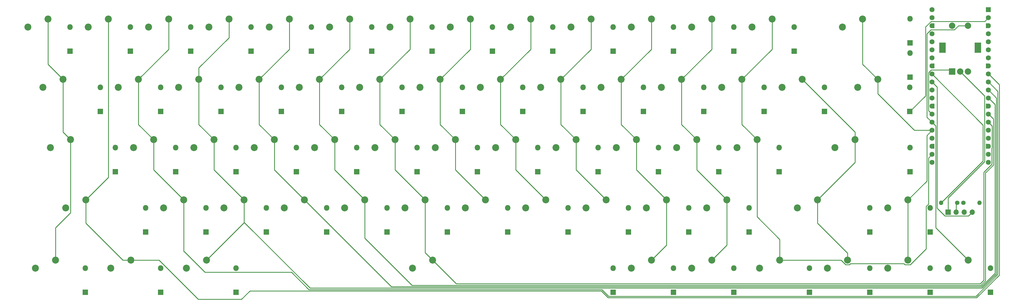
<source format=gbr>
G04 #@! TF.GenerationSoftware,KiCad,Pcbnew,8.0.5*
G04 #@! TF.CreationDate,2025-03-18T10:54:49-07:00*
G04 #@! TF.ProjectId,keyboard,6b657962-6f61-4726-942e-6b696361645f,rev?*
G04 #@! TF.SameCoordinates,Original*
G04 #@! TF.FileFunction,Copper,L1,Top*
G04 #@! TF.FilePolarity,Positive*
%FSLAX46Y46*%
G04 Gerber Fmt 4.6, Leading zero omitted, Abs format (unit mm)*
G04 Created by KiCad (PCBNEW 8.0.5) date 2025-03-18 10:54:49*
%MOMM*%
%LPD*%
G01*
G04 APERTURE LIST*
G04 Aperture macros list*
%AMRoundRect*
0 Rectangle with rounded corners*
0 $1 Rounding radius*
0 $2 $3 $4 $5 $6 $7 $8 $9 X,Y pos of 4 corners*
0 Add a 4 corners polygon primitive as box body*
4,1,4,$2,$3,$4,$5,$6,$7,$8,$9,$2,$3,0*
0 Add four circle primitives for the rounded corners*
1,1,$1+$1,$2,$3*
1,1,$1+$1,$4,$5*
1,1,$1+$1,$6,$7*
1,1,$1+$1,$8,$9*
0 Add four rect primitives between the rounded corners*
20,1,$1+$1,$2,$3,$4,$5,0*
20,1,$1+$1,$4,$5,$6,$7,0*
20,1,$1+$1,$6,$7,$8,$9,0*
20,1,$1+$1,$8,$9,$2,$3,0*%
%AMFreePoly0*
4,1,28,0.605014,0.794986,0.644504,0.794986,0.724698,0.756366,0.780194,0.686777,0.800000,0.600000,0.800000,-0.600000,0.780194,-0.686777,0.724698,-0.756366,0.644504,-0.794986,0.605014,-0.794986,0.600000,-0.800000,0.000000,-0.800000,-0.178017,-0.779942,-0.347107,-0.720775,-0.498792,-0.625465,-0.625465,-0.498792,-0.720775,-0.347107,-0.779942,-0.178017,-0.800000,0.000000,-0.779942,0.178017,
-0.720775,0.347107,-0.625465,0.498792,-0.498792,0.625465,-0.347107,0.720775,-0.178017,0.779942,0.000000,0.800000,0.600000,0.800000,0.605014,0.794986,0.605014,0.794986,$1*%
%AMFreePoly1*
4,1,28,0.178017,0.779942,0.347107,0.720775,0.498792,0.625465,0.625465,0.498792,0.720775,0.347107,0.779942,0.178017,0.800000,0.000000,0.779942,-0.178017,0.720775,-0.347107,0.625465,-0.498792,0.498792,-0.625465,0.347107,-0.720775,0.178017,-0.779942,0.000000,-0.800000,-0.600000,-0.800000,-0.605014,-0.794986,-0.644504,-0.794986,-0.724698,-0.756366,-0.780194,-0.686777,-0.800000,-0.600000,
-0.800000,0.600000,-0.780194,0.686777,-0.724698,0.756366,-0.644504,0.794986,-0.605014,0.794986,-0.600000,0.800000,0.000000,0.800000,0.178017,0.779942,0.178017,0.779942,$1*%
G04 Aperture macros list end*
G04 #@! TA.AperFunction,ComponentPad*
%ADD10C,2.200000*%
G04 #@! TD*
G04 #@! TA.AperFunction,ComponentPad*
%ADD11R,1.700000X1.700000*%
G04 #@! TD*
G04 #@! TA.AperFunction,ComponentPad*
%ADD12O,1.700000X1.700000*%
G04 #@! TD*
G04 #@! TA.AperFunction,ComponentPad*
%ADD13C,1.400000*%
G04 #@! TD*
G04 #@! TA.AperFunction,ComponentPad*
%ADD14O,1.400000X1.400000*%
G04 #@! TD*
G04 #@! TA.AperFunction,ComponentPad*
%ADD15R,2.000000X2.000000*%
G04 #@! TD*
G04 #@! TA.AperFunction,ComponentPad*
%ADD16C,2.000000*%
G04 #@! TD*
G04 #@! TA.AperFunction,ComponentPad*
%ADD17R,2.000000X3.200000*%
G04 #@! TD*
G04 #@! TA.AperFunction,ComponentPad*
%ADD18R,1.800000X1.800000*%
G04 #@! TD*
G04 #@! TA.AperFunction,ComponentPad*
%ADD19O,1.800000X1.800000*%
G04 #@! TD*
G04 #@! TA.AperFunction,ComponentPad*
%ADD20RoundRect,0.200000X0.600000X0.600000X-0.600000X0.600000X-0.600000X-0.600000X0.600000X-0.600000X0*%
G04 #@! TD*
G04 #@! TA.AperFunction,ComponentPad*
%ADD21C,1.600000*%
G04 #@! TD*
G04 #@! TA.AperFunction,ComponentPad*
%ADD22FreePoly0,180.000000*%
G04 #@! TD*
G04 #@! TA.AperFunction,ComponentPad*
%ADD23FreePoly1,180.000000*%
G04 #@! TD*
G04 #@! TA.AperFunction,Conductor*
%ADD24C,0.250000*%
G04 #@! TD*
G04 APERTURE END LIST*
D10*
X323402500Y-137545000D03*
X317052500Y-140085000D03*
X218627500Y-156595000D03*
X212277500Y-159135000D03*
X356740000Y-99445000D03*
X350390000Y-101985000D03*
X199577500Y-156595000D03*
X193227500Y-159135000D03*
X266252500Y-137545000D03*
X259902500Y-140085000D03*
X194815000Y-99445000D03*
X188465000Y-101985000D03*
X318640000Y-118495000D03*
X312290000Y-121035000D03*
X237677500Y-156595000D03*
X231327500Y-159135000D03*
X271015000Y-99445000D03*
X264665000Y-101985000D03*
X304352500Y-137545000D03*
X298002500Y-140085000D03*
X309115000Y-99445000D03*
X302765000Y-101985000D03*
X111471250Y-156595000D03*
X105121250Y-159135000D03*
X204340000Y-118495000D03*
X197990000Y-121035000D03*
X275777500Y-156595000D03*
X269427500Y-159135000D03*
X104327500Y-118495000D03*
X97977500Y-121035000D03*
X354358750Y-137545000D03*
X348008750Y-140085000D03*
X161477500Y-156595000D03*
X155127500Y-159135000D03*
X290065000Y-99445000D03*
X283715000Y-101985000D03*
X313877500Y-156595000D03*
X307527500Y-159135000D03*
X209102500Y-137545000D03*
X202752500Y-140085000D03*
X256727500Y-156595000D03*
X250377500Y-159135000D03*
X290065000Y-175645000D03*
X283715000Y-178185000D03*
X185290000Y-118495000D03*
X178940000Y-121035000D03*
X149571250Y-175645000D03*
X143221250Y-178185000D03*
X223390000Y-118495000D03*
X217040000Y-121035000D03*
X351977500Y-175645000D03*
X345627500Y-178185000D03*
X280540000Y-118495000D03*
X274190000Y-121035000D03*
X371027500Y-175645000D03*
X364677500Y-178185000D03*
X294827500Y-156595000D03*
X288477500Y-159135000D03*
D11*
X383712500Y-160500000D03*
D12*
X386252500Y-160500000D03*
X388792500Y-160500000D03*
X391332500Y-160500000D03*
D10*
X128140000Y-118495000D03*
X121790000Y-121035000D03*
X261490000Y-118495000D03*
X255140000Y-121035000D03*
X166240000Y-118495000D03*
X159890000Y-121035000D03*
X137665000Y-99445000D03*
X131315000Y-101985000D03*
X151952500Y-137545000D03*
X145602500Y-140085000D03*
X361502500Y-118495000D03*
X355152500Y-121035000D03*
X242440000Y-118495000D03*
X236090000Y-121035000D03*
X132902500Y-137545000D03*
X126552500Y-140085000D03*
X309115000Y-175645000D03*
X302765000Y-178185000D03*
X337690000Y-118495000D03*
X331340000Y-121035000D03*
X371027500Y-156595000D03*
X364677500Y-159135000D03*
D13*
X388500000Y-157500000D03*
D14*
X393580000Y-157500000D03*
D10*
X251965000Y-99445000D03*
X245615000Y-101985000D03*
X171002500Y-137545000D03*
X164652500Y-140085000D03*
X118615000Y-99445000D03*
X112265000Y-101985000D03*
X330546250Y-175645000D03*
X324196250Y-178185000D03*
X125758750Y-175645000D03*
X119408750Y-178185000D03*
X156715000Y-99445000D03*
X150365000Y-101985000D03*
X285302500Y-137545000D03*
X278952500Y-140085000D03*
D15*
X385000000Y-116000000D03*
D16*
X390000000Y-116000000D03*
X387500000Y-116000000D03*
D17*
X381900000Y-108500000D03*
X393100000Y-108500000D03*
D16*
X390000000Y-101500000D03*
X385000000Y-101500000D03*
D10*
X232915000Y-99445000D03*
X226565000Y-101985000D03*
X106708750Y-137545000D03*
X100358750Y-140085000D03*
X328165000Y-99445000D03*
X321815000Y-101985000D03*
X101946250Y-175645000D03*
X95596250Y-178185000D03*
X213865000Y-99445000D03*
X207515000Y-101985000D03*
X299590000Y-118495000D03*
X293240000Y-121035000D03*
X190052500Y-137545000D03*
X183702500Y-140085000D03*
X228152500Y-137545000D03*
X221802500Y-140085000D03*
X390077500Y-175645000D03*
X383727500Y-178185000D03*
X142427500Y-156595000D03*
X136077500Y-159135000D03*
X99565000Y-99445000D03*
X93215000Y-101985000D03*
X221009000Y-175645000D03*
X214659000Y-178185000D03*
X175765000Y-99445000D03*
X169415000Y-101985000D03*
X180527500Y-156595000D03*
X174177500Y-159135000D03*
D13*
X386600000Y-157500000D03*
D14*
X381520000Y-157500000D03*
D10*
X342452500Y-156595000D03*
X336102500Y-159135000D03*
X247202500Y-137545000D03*
X240852500Y-140085000D03*
X147190000Y-118495000D03*
X140840000Y-121035000D03*
D18*
X330387500Y-147705000D03*
D19*
X330387500Y-140085000D03*
D18*
X292287500Y-147705000D03*
D19*
X292287500Y-140085000D03*
D18*
X149412500Y-166755000D03*
D19*
X149412500Y-159135000D03*
D18*
X135125000Y-185805000D03*
D19*
X135125000Y-178185000D03*
D18*
X358962500Y-185805000D03*
D19*
X358962500Y-178185000D03*
D18*
X371650000Y-117810000D03*
D19*
X371650000Y-110190000D03*
D18*
X306575000Y-128655000D03*
D19*
X306575000Y-121035000D03*
D18*
X268475000Y-128655000D03*
D19*
X268475000Y-121035000D03*
D18*
X106550000Y-109605000D03*
D19*
X106550000Y-101985000D03*
D18*
X173225000Y-128655000D03*
D19*
X173225000Y-121035000D03*
D18*
X125600000Y-109605000D03*
D19*
X125600000Y-101985000D03*
D18*
X339912500Y-185805000D03*
D19*
X339912500Y-178185000D03*
D18*
X254187500Y-147705000D03*
D19*
X254187500Y-140085000D03*
D18*
X397062500Y-185805000D03*
D19*
X397062500Y-178185000D03*
D18*
X278000000Y-109605000D03*
D19*
X278000000Y-101985000D03*
D20*
X396427500Y-96480000D03*
D21*
X396427500Y-99020000D03*
D22*
X396427500Y-101560000D03*
D21*
X396427500Y-104100000D03*
X396427500Y-106640000D03*
X396427500Y-109180000D03*
X396427500Y-111720000D03*
D22*
X396427500Y-114260000D03*
D21*
X396427500Y-116800000D03*
X396427500Y-119340000D03*
X396427500Y-121880000D03*
X396427500Y-124420000D03*
D22*
X396427500Y-126960000D03*
D21*
X396427500Y-129500000D03*
X396427500Y-132040000D03*
X396427500Y-134580000D03*
X396427500Y-137120000D03*
D22*
X396427500Y-139660000D03*
D21*
X396427500Y-142200000D03*
X396427500Y-144740000D03*
X378647500Y-144740000D03*
X378647500Y-142200000D03*
D23*
X378647500Y-139660000D03*
D21*
X378647500Y-137120000D03*
X378647500Y-134580000D03*
X378647500Y-132040000D03*
X378647500Y-129500000D03*
D23*
X378647500Y-126960000D03*
D21*
X378647500Y-124420000D03*
X378647500Y-121880000D03*
X378647500Y-119340000D03*
X378647500Y-116800000D03*
D23*
X378647500Y-114260000D03*
D21*
X378647500Y-111720000D03*
X378647500Y-109180000D03*
X378647500Y-106640000D03*
X378647500Y-104100000D03*
D23*
X378647500Y-101560000D03*
D21*
X378647500Y-99020000D03*
X378647500Y-96480000D03*
D18*
X144650000Y-109605000D03*
D19*
X144650000Y-101985000D03*
D18*
X335150000Y-109605000D03*
D19*
X335150000Y-101985000D03*
D18*
X187512500Y-166755000D03*
D19*
X187512500Y-159135000D03*
D18*
X344675000Y-128655000D03*
D19*
X344675000Y-121035000D03*
D18*
X177987500Y-147705000D03*
D19*
X177987500Y-140085000D03*
D18*
X154175000Y-128655000D03*
D19*
X154175000Y-121035000D03*
D18*
X216087500Y-147705000D03*
D19*
X216087500Y-140085000D03*
D18*
X378012500Y-185805000D03*
D19*
X378012500Y-178185000D03*
D18*
X230375000Y-128655000D03*
D19*
X230375000Y-121035000D03*
D18*
X201800000Y-109605000D03*
D19*
X201800000Y-101985000D03*
D18*
X168462500Y-166755000D03*
D19*
X168462500Y-159135000D03*
D18*
X297050000Y-185805000D03*
D19*
X297050000Y-178185000D03*
D18*
X325625000Y-128655000D03*
D19*
X325625000Y-121035000D03*
D18*
X258950000Y-109605000D03*
D19*
X258950000Y-101985000D03*
D18*
X358962500Y-166755000D03*
D19*
X358962500Y-159135000D03*
D18*
X244662500Y-166755000D03*
D19*
X244662500Y-159135000D03*
D18*
X273237500Y-147705000D03*
D19*
X273237500Y-140085000D03*
D18*
X263712500Y-166755000D03*
D19*
X263712500Y-159135000D03*
D18*
X130362500Y-166755000D03*
D19*
X130362500Y-159135000D03*
D18*
X297050000Y-109605000D03*
D19*
X297050000Y-101985000D03*
D18*
X182750000Y-109605000D03*
D19*
X182750000Y-101985000D03*
D18*
X225612500Y-166755000D03*
D19*
X225612500Y-159135000D03*
D18*
X371650000Y-106965000D03*
D19*
X371650000Y-99345000D03*
D18*
X120837500Y-147705000D03*
D19*
X120837500Y-140085000D03*
D18*
X135125000Y-128655000D03*
D19*
X135125000Y-121035000D03*
D18*
X206562500Y-166755000D03*
D19*
X206562500Y-159135000D03*
D18*
X371650000Y-147705000D03*
D19*
X371650000Y-140085000D03*
D18*
X211325000Y-128655000D03*
D19*
X211325000Y-121035000D03*
D18*
X311337500Y-147705000D03*
D19*
X311337500Y-140085000D03*
D18*
X111312500Y-185805000D03*
D19*
X111312500Y-178185000D03*
D18*
X282762500Y-166755000D03*
D19*
X282762500Y-159135000D03*
D18*
X278000000Y-185805000D03*
D19*
X278000000Y-178185000D03*
D18*
X316100000Y-109605000D03*
D19*
X316100000Y-101985000D03*
D18*
X235137500Y-147705000D03*
D19*
X235137500Y-140085000D03*
D18*
X320862500Y-166755000D03*
D19*
X320862500Y-159135000D03*
D18*
X378012500Y-166755000D03*
D19*
X378012500Y-159135000D03*
D18*
X371649500Y-128655000D03*
D19*
X371649500Y-121035000D03*
D18*
X220850000Y-109605000D03*
D19*
X220850000Y-101985000D03*
D18*
X239900000Y-109605000D03*
D19*
X239900000Y-101985000D03*
D18*
X158937500Y-147705000D03*
D19*
X158937500Y-140085000D03*
D18*
X116075000Y-128655000D03*
D19*
X116075000Y-121035000D03*
D18*
X249425000Y-128655000D03*
D19*
X249425000Y-121035000D03*
D18*
X163700000Y-109605000D03*
D19*
X163700000Y-101985000D03*
D18*
X197037500Y-147705000D03*
D19*
X197037500Y-140085000D03*
D18*
X192275000Y-128655000D03*
D19*
X192275000Y-121035000D03*
D18*
X301812500Y-166755000D03*
D19*
X301812500Y-159135000D03*
D18*
X316100000Y-185805000D03*
D19*
X316100000Y-178185000D03*
D18*
X139887500Y-147705000D03*
D19*
X139887500Y-140085000D03*
D18*
X287525000Y-128655000D03*
D19*
X287525000Y-121035000D03*
D18*
X158937500Y-185805000D03*
D19*
X158937500Y-178185000D03*
D24*
X104327500Y-118495000D02*
X104327500Y-135163750D01*
X106708750Y-137545000D02*
X106708750Y-160628750D01*
X106708750Y-160628750D02*
X101946250Y-165391250D01*
X101946250Y-165391250D02*
X101946250Y-175645000D01*
X104327500Y-135163750D02*
X106708750Y-137545000D01*
X99565000Y-99445000D02*
X99565000Y-113732500D01*
X99565000Y-113732500D02*
X104327500Y-118495000D01*
X163286896Y-185350000D02*
X274214104Y-185350000D01*
X118615000Y-99445000D02*
X118615000Y-149451250D01*
X111471250Y-163913757D02*
X123202493Y-175645000D01*
X147000500Y-188000000D02*
X160636896Y-188000000D01*
X118615000Y-149451250D02*
X111471250Y-156595000D01*
X274214104Y-185350000D02*
X276344104Y-187480000D01*
X399850000Y-180331980D02*
X399850000Y-120185031D01*
X276344104Y-187480000D02*
X392701980Y-187480000D01*
X125758750Y-175645000D02*
X134645500Y-175645000D01*
X134645500Y-175645000D02*
X147000500Y-188000000D01*
X111471250Y-156595000D02*
X111471250Y-163913757D01*
X399850000Y-120185031D02*
X396464969Y-116800000D01*
X392701980Y-187480000D02*
X399850000Y-180331980D01*
X160636896Y-188000000D02*
X163286896Y-185350000D01*
X123202493Y-175645000D02*
X125758750Y-175645000D01*
X149075007Y-179410000D02*
X176410500Y-179410000D01*
X142427500Y-156595000D02*
X142427500Y-172927000D01*
X276530500Y-187030000D02*
X392515584Y-187030000D01*
X181900500Y-184900000D02*
X274400500Y-184900000D01*
X132902500Y-147070000D02*
X142427500Y-156595000D01*
X142592007Y-172927000D02*
X149075007Y-179410000D01*
X128140000Y-118495000D02*
X128140000Y-132782500D01*
X128140000Y-132782500D02*
X132902500Y-137545000D01*
X142427500Y-172927000D02*
X142592007Y-172927000D01*
X137665000Y-99445000D02*
X137665000Y-108970000D01*
X392515584Y-187030000D02*
X399400000Y-180145584D01*
X274400500Y-184900000D02*
X276530500Y-187030000D01*
X176410500Y-179410000D02*
X181900500Y-184900000D01*
X137665000Y-108970000D02*
X128140000Y-118495000D01*
X132902500Y-137545000D02*
X132902500Y-147070000D01*
X399400000Y-180145584D02*
X399400000Y-122275031D01*
X399400000Y-122275031D02*
X396464969Y-119340000D01*
X161477500Y-163738750D02*
X149571250Y-175645000D01*
X394459188Y-184450000D02*
X398950000Y-179959188D01*
X151952500Y-147070000D02*
X161477500Y-156595000D01*
X398950000Y-179959188D02*
X398950000Y-124365031D01*
X161477500Y-156595000D02*
X161477500Y-163738750D01*
X182268698Y-184450000D02*
X394459188Y-184450000D01*
X151952500Y-137545000D02*
X151952500Y-147070000D01*
X156715000Y-105343757D02*
X147190000Y-114868757D01*
X398950000Y-124365031D02*
X396464969Y-121880000D01*
X147190000Y-114868757D02*
X147190000Y-118495000D01*
X147190000Y-118495000D02*
X147190000Y-132782500D01*
X161557448Y-163738750D02*
X182268698Y-184450000D01*
X161477500Y-163738750D02*
X161557448Y-163738750D01*
X156715000Y-99445000D02*
X156715000Y-105343757D01*
X147190000Y-132782500D02*
X151952500Y-137545000D01*
X180527500Y-156595000D02*
X207932500Y-184000000D01*
X171002500Y-137545000D02*
X171002500Y-147070000D01*
X175765000Y-108970000D02*
X166240000Y-118495000D01*
X175765000Y-99445000D02*
X175765000Y-108970000D01*
X166240000Y-118495000D02*
X166240000Y-132782500D01*
X207932500Y-184000000D02*
X394272792Y-184000000D01*
X166240000Y-132782500D02*
X171002500Y-137545000D01*
X171002500Y-147070000D02*
X180527500Y-156595000D01*
X398500000Y-126455031D02*
X396464969Y-124420000D01*
X398500000Y-179772792D02*
X398500000Y-126455031D01*
X394272792Y-184000000D02*
X398500000Y-179772792D01*
X190052500Y-147070000D02*
X199577500Y-156595000D01*
X185290000Y-118495000D02*
X185290000Y-132782500D01*
X394086396Y-183550000D02*
X395500000Y-182136396D01*
X398012531Y-133398896D02*
X398050000Y-133361427D01*
X214481588Y-183550000D02*
X394086396Y-183550000D01*
X199577500Y-156595000D02*
X199577500Y-168645912D01*
X185290000Y-132782500D02*
X190052500Y-137545000D01*
X398050000Y-131085032D02*
X397982484Y-131017516D01*
X395500000Y-182136396D02*
X395500000Y-148042500D01*
X194815000Y-108970000D02*
X185290000Y-118495000D01*
X397982484Y-131017516D02*
X396464969Y-129500000D01*
X199577500Y-168645912D02*
X214481588Y-183550000D01*
X398012531Y-145529969D02*
X398012531Y-133398896D01*
X398050000Y-131085031D02*
X397982484Y-131017516D01*
X190052500Y-137545000D02*
X190052500Y-147070000D01*
X194815000Y-99445000D02*
X194815000Y-108970000D01*
X398050000Y-133361427D02*
X398050000Y-131085032D01*
X395500000Y-148042500D02*
X398012531Y-145529969D01*
X209102500Y-137545000D02*
X209102500Y-147070000D01*
X213865000Y-99445000D02*
X213865000Y-108970000D01*
X218627500Y-173263500D02*
X221009000Y-175645000D01*
X213865000Y-108970000D02*
X204340000Y-118495000D01*
X218627500Y-156595000D02*
X218627500Y-173263500D01*
X397552500Y-140133064D02*
X397562531Y-140123033D01*
X393900000Y-183100000D02*
X395000000Y-182000000D01*
X204340000Y-118495000D02*
X204340000Y-132782500D01*
X397562531Y-133175031D02*
X396427500Y-132040000D01*
X209102500Y-147070000D02*
X218627500Y-156595000D01*
X397562531Y-140123033D02*
X397562531Y-133175031D01*
X395000000Y-182000000D02*
X395000000Y-147849969D01*
X228464000Y-183100000D02*
X393900000Y-183100000D01*
X395000000Y-147849969D02*
X397552500Y-145297469D01*
X221009000Y-175645000D02*
X228464000Y-183100000D01*
X397552500Y-145297469D02*
X397552500Y-140133064D01*
X204340000Y-132782500D02*
X209102500Y-137545000D01*
X232915000Y-108970000D02*
X223390000Y-118495000D01*
X232915000Y-99445000D02*
X232915000Y-108970000D01*
X228152500Y-147070000D02*
X237677500Y-156595000D01*
X223390000Y-132782500D02*
X228152500Y-137545000D01*
X228152500Y-137545000D02*
X228152500Y-147070000D01*
X223390000Y-118495000D02*
X223390000Y-132782500D01*
X242440000Y-132782500D02*
X247202500Y-137545000D01*
X242440000Y-118495000D02*
X242440000Y-132782500D01*
X251965000Y-99445000D02*
X251965000Y-108970000D01*
X247202500Y-147070000D02*
X256727500Y-156595000D01*
X247202500Y-137545000D02*
X247202500Y-147070000D01*
X251965000Y-108970000D02*
X242440000Y-118495000D01*
X271015000Y-108970000D02*
X261490000Y-118495000D01*
X261490000Y-132782500D02*
X266252500Y-137545000D01*
X266252500Y-147070000D02*
X275777500Y-156595000D01*
X266252500Y-137545000D02*
X266252500Y-147070000D01*
X261490000Y-118495000D02*
X261490000Y-132782500D01*
X271015000Y-99445000D02*
X271015000Y-108970000D01*
X294827500Y-156595000D02*
X294827500Y-170882500D01*
X290065000Y-108970000D02*
X280540000Y-118495000D01*
X290065000Y-99445000D02*
X290065000Y-108970000D01*
X280540000Y-132782500D02*
X285302500Y-137545000D01*
X294827500Y-170882500D02*
X290065000Y-175645000D01*
X285302500Y-137545000D02*
X285302500Y-147070000D01*
X285302500Y-147070000D02*
X294827500Y-156595000D01*
X280540000Y-118495000D02*
X280540000Y-132782500D01*
X309115000Y-108970000D02*
X299590000Y-118495000D01*
X309115000Y-175645000D02*
X313877500Y-170882500D01*
X299590000Y-118495000D02*
X299590000Y-132782500D01*
X309115000Y-99445000D02*
X309115000Y-108970000D01*
X304352500Y-147070000D02*
X313877500Y-156595000D01*
X304352500Y-137545000D02*
X304352500Y-147070000D01*
X313877500Y-170882500D02*
X313877500Y-156595000D01*
X299590000Y-132782500D02*
X304352500Y-137545000D01*
X369760500Y-176760000D02*
X370070500Y-177070000D01*
X330546250Y-175645000D02*
X349962245Y-175645000D01*
X349962245Y-175645000D02*
X351387245Y-177070000D01*
X371773878Y-177070000D02*
X376787500Y-172056378D01*
X330546250Y-169089993D02*
X330546250Y-175645000D01*
X328165000Y-108970000D02*
X318640000Y-118495000D01*
X376787500Y-158627588D02*
X377500000Y-157915088D01*
X377500000Y-157915088D02*
X377500000Y-143347500D01*
X352567755Y-177070000D02*
X352877755Y-176760000D01*
X318640000Y-132782500D02*
X323402500Y-137545000D01*
X352877755Y-176760000D02*
X369760500Y-176760000D01*
X323402500Y-137545000D02*
X323402500Y-161946243D01*
X351387245Y-177070000D02*
X352567755Y-177070000D01*
X328165000Y-99445000D02*
X328165000Y-108970000D01*
X370070500Y-177070000D02*
X371773878Y-177070000D01*
X323402500Y-161946243D02*
X330546250Y-169089993D01*
X318640000Y-118495000D02*
X318640000Y-132782500D01*
X377500000Y-143347500D02*
X378647500Y-142200000D01*
X376787500Y-172056378D02*
X376787500Y-158627588D01*
X351977500Y-173438757D02*
X351977500Y-175645000D01*
X354358750Y-144688750D02*
X342452500Y-156595000D01*
X337690000Y-118495000D02*
X354358750Y-135163750D01*
X354358750Y-135163750D02*
X354358750Y-137545000D01*
X354358750Y-137545000D02*
X354358750Y-144688750D01*
X342452500Y-163913757D02*
X351977500Y-173438757D01*
X342452500Y-156595000D02*
X342452500Y-163913757D01*
X371027500Y-156595000D02*
X371027500Y-175645000D01*
X356740000Y-99445000D02*
X356740000Y-113732500D01*
X361502500Y-118495000D02*
X361502500Y-123002500D01*
X377000000Y-136227500D02*
X378647500Y-134580000D01*
X356740000Y-113732500D02*
X361502500Y-118495000D01*
X377000000Y-150622500D02*
X377000000Y-136227500D01*
X361502500Y-123002500D02*
X373080000Y-134580000D01*
X371027500Y-156595000D02*
X377000000Y-150622500D01*
X373080000Y-134580000D02*
X378647500Y-134580000D01*
X385675000Y-102825000D02*
X387000000Y-101500000D01*
X377062469Y-104094040D02*
X378331509Y-102825000D01*
X379782531Y-133175031D02*
X378647500Y-132040000D01*
X377062469Y-130454969D02*
X377062469Y-104094040D01*
X379782531Y-165350031D02*
X379782531Y-133175031D01*
X378331509Y-102825000D02*
X385675000Y-102825000D01*
X378647500Y-132040000D02*
X377062469Y-130454969D01*
X390077500Y-175645000D02*
X379782531Y-165350031D01*
X387000000Y-101500000D02*
X390000000Y-101500000D01*
X376612469Y-123692031D02*
X376612469Y-101887531D01*
X371649500Y-128655000D02*
X376612469Y-123692031D01*
X376612469Y-101887531D02*
X378355000Y-100145000D01*
X395302500Y-100145000D02*
X396427500Y-99020000D01*
X378355000Y-100145000D02*
X395302500Y-100145000D01*
X395212500Y-144443896D02*
X395212500Y-123712500D01*
X383712500Y-155943896D02*
X395212500Y-144443896D01*
X383712500Y-160500000D02*
X383712500Y-155943896D01*
X395212500Y-123712500D02*
X387500000Y-116000000D01*
X380232531Y-159232531D02*
X380232531Y-120925031D01*
X390157500Y-161675000D02*
X382675000Y-161675000D01*
X380232531Y-120925031D02*
X378647500Y-119340000D01*
X391332500Y-160500000D02*
X390157500Y-161675000D01*
X382675000Y-161675000D02*
X380232531Y-159232531D01*
X386252500Y-160500000D02*
X386252500Y-157847500D01*
X386252500Y-157847500D02*
X386600000Y-157500000D01*
X394762500Y-144257500D02*
X394762500Y-132915000D01*
X394762500Y-132915000D02*
X378647500Y-116800000D01*
X381520000Y-157500000D02*
X394762500Y-144257500D01*
X377512469Y-128364969D02*
X377512469Y-116344040D01*
X384500000Y-115500000D02*
X385000000Y-116000000D01*
X378647500Y-129500000D02*
X377512469Y-128364969D01*
X377512469Y-116344040D02*
X378356509Y-115500000D01*
X378356509Y-115500000D02*
X384500000Y-115500000D01*
M02*

</source>
